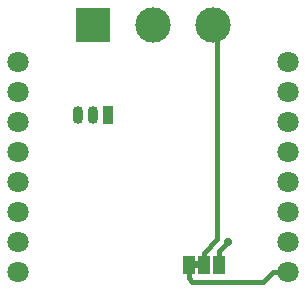
<source format=gbr>
G04 #@! TF.GenerationSoftware,KiCad,Pcbnew,(5.1.5)-3*
G04 #@! TF.CreationDate,2020-01-07T22:17:17+01:00*
G04 #@! TF.ProjectId,WirelessDS18B20,57697265-6c65-4737-9344-533138423230,rev?*
G04 #@! TF.SameCoordinates,Original*
G04 #@! TF.FileFunction,Copper,L1,Top*
G04 #@! TF.FilePolarity,Positive*
%FSLAX46Y46*%
G04 Gerber Fmt 4.6, Leading zero omitted, Abs format (unit mm)*
G04 Created by KiCad (PCBNEW (5.1.5)-3) date 2020-01-07 22:17:17*
%MOMM*%
%LPD*%
G04 APERTURE LIST*
%ADD10C,0.100000*%
%ADD11C,3.000000*%
%ADD12R,3.000000X3.000000*%
%ADD13C,1.800000*%
%ADD14R,0.900000X1.500000*%
%ADD15O,0.900000X1.500000*%
%ADD16R,1.000000X1.500000*%
%ADD17C,0.700000*%
%ADD18C,0.400000*%
G04 APERTURE END LIST*
D10*
G36*
X39613000Y-48595000D02*
G01*
X40113000Y-48595000D01*
X40113000Y-49195000D01*
X39613000Y-49195000D01*
X39613000Y-48595000D01*
G37*
D11*
X41275000Y-28575000D03*
X36195000Y-28575000D03*
D12*
X31115000Y-28575000D03*
D13*
X47625000Y-49530000D03*
X24765000Y-49530000D03*
X47625000Y-46990000D03*
X24765000Y-46990000D03*
X47625000Y-44450000D03*
X24765000Y-44450000D03*
X47625000Y-41910000D03*
X24765000Y-41910000D03*
X47625000Y-39370000D03*
X24765000Y-39370000D03*
X47625000Y-36830000D03*
X24765000Y-36830000D03*
X47625000Y-34290000D03*
X24765000Y-34290000D03*
X47625000Y-31750000D03*
X24765000Y-31750000D03*
D14*
X32385000Y-36195000D03*
D15*
X29845000Y-36195000D03*
X31115000Y-36195000D03*
D16*
X39213000Y-48895000D03*
X41813000Y-48895000D03*
X40513000Y-48895000D03*
D17*
X42545000Y-46990000D03*
D18*
X41656000Y-28956000D02*
X41275000Y-28575000D01*
X40513000Y-48895000D02*
X40513000Y-47911998D01*
X41656000Y-46768998D02*
X41656000Y-28956000D01*
X40513000Y-47911998D02*
X41656000Y-46768998D01*
X41813000Y-48895000D02*
X41813000Y-47722000D01*
X41813000Y-47722000D02*
X42545000Y-46990000D01*
X39213000Y-50045000D02*
X39517990Y-50349990D01*
X39213000Y-48895000D02*
X39213000Y-50045000D01*
X46352208Y-49530000D02*
X47625000Y-49530000D01*
X45532218Y-50349990D02*
X46352208Y-49530000D01*
X39517990Y-50349990D02*
X45532218Y-50349990D01*
M02*

</source>
